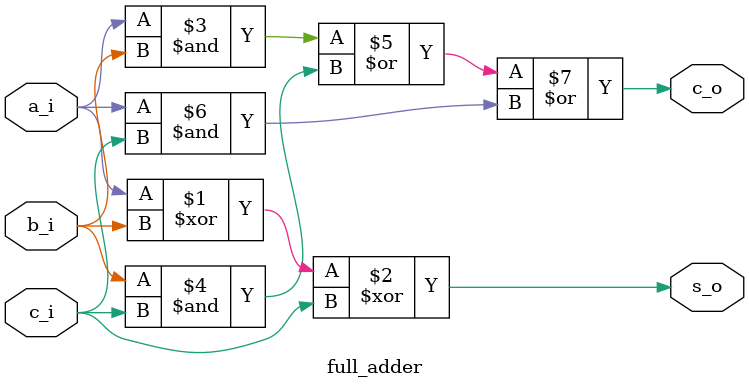
<source format=sv>
`include "../define.sv"
module full_adder(
	input logic a_i, b_i, c_i,
	output logic s_o, c_o
	);
	
	assign s_o = a_i ^ b_i ^ c_i;
	assign c_o = (a_i & b_i) | (b_i & c_i) | (a_i & c_i);
	
endmodule

</source>
